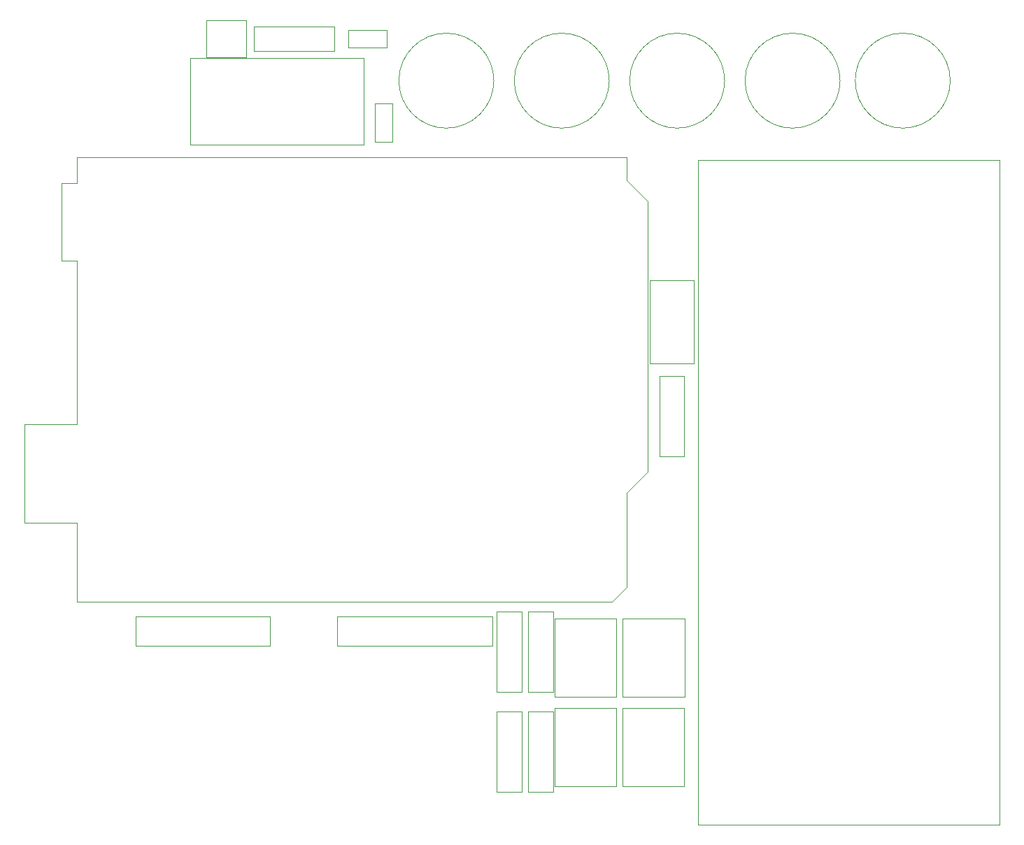
<source format=gbr>
%TF.GenerationSoftware,KiCad,Pcbnew,(5.1.9)-1*%
%TF.CreationDate,2021-06-23T17:41:11-03:00*%
%TF.ProjectId,assert,61737365-7274-42e6-9b69-6361645f7063,rev?*%
%TF.SameCoordinates,Original*%
%TF.FileFunction,Other,User*%
%FSLAX46Y46*%
G04 Gerber Fmt 4.6, Leading zero omitted, Abs format (unit mm)*
G04 Created by KiCad (PCBNEW (5.1.9)-1) date 2021-06-23 17:41:11*
%MOMM*%
%LPD*%
G01*
G04 APERTURE LIST*
%ADD10C,0.050000*%
G04 APERTURE END LIST*
D10*
%TO.C,U2*%
X68727000Y-99020000D02*
X105227000Y-99020000D01*
X105227000Y-99020000D02*
X105227000Y-18520000D01*
X68727000Y-18520000D02*
X105227000Y-18520000D01*
X68727000Y-99020000D02*
X68727000Y-18520000D01*
%TO.C,A1*%
X-6473000Y-18165000D02*
X60067000Y-18165000D01*
X-6473000Y-21335000D02*
X-6473000Y-18165000D01*
X-8383000Y-21335000D02*
X-6473000Y-21335000D01*
X-8383000Y-30735000D02*
X-8383000Y-21335000D01*
X-6473000Y-30735000D02*
X-8383000Y-30735000D01*
X-6473000Y-50545000D02*
X-6473000Y-30735000D01*
X-12823000Y-50545000D02*
X-6473000Y-50545000D01*
X-12823000Y-62485000D02*
X-12823000Y-50545000D01*
X-6473000Y-62485000D02*
X-12823000Y-62485000D01*
X-6473000Y-72005000D02*
X-6473000Y-62485000D01*
X58297000Y-72005000D02*
X-6473000Y-72005000D01*
X60067000Y-70235000D02*
X58297000Y-72005000D01*
X60067000Y-58805000D02*
X60067000Y-70235000D01*
X62607000Y-56265000D02*
X60067000Y-58805000D01*
X62607000Y-23495000D02*
X62607000Y-56265000D01*
X60067000Y-20955000D02*
X62607000Y-23495000D01*
X60067000Y-18165000D02*
X60067000Y-20955000D01*
%TO.C,J5*%
X99222000Y-8890000D02*
G75*
G03*
X99222000Y-8890000I-5750000J0D01*
G01*
%TO.C,J4*%
X85887000Y-8890000D02*
G75*
G03*
X85887000Y-8890000I-5750000J0D01*
G01*
%TO.C,J9*%
X25037000Y-73765000D02*
X43837000Y-73765000D01*
X25037000Y-77315000D02*
X25037000Y-73765000D01*
X43837000Y-77315000D02*
X25037000Y-77315000D01*
X43837000Y-73765000D02*
X43837000Y-77315000D01*
%TO.C,U1*%
X7237000Y-16680000D02*
X28197000Y-16680000D01*
X28197000Y-16680000D02*
X28197000Y-6180000D01*
X28197000Y-6180000D02*
X7237000Y-6180000D01*
X7237000Y-6180000D02*
X7237000Y-16680000D01*
%TO.C,SW4*%
X59782000Y-84860000D02*
X66782000Y-84860000D01*
X67032000Y-85110000D02*
X67032000Y-94110000D01*
X66782000Y-94360000D02*
X59782000Y-94360000D01*
X59532000Y-94110000D02*
X59532000Y-85110000D01*
X67032000Y-94360000D02*
X67032000Y-94110000D01*
X66782000Y-94360000D02*
X67032000Y-94360000D01*
X59532000Y-94360000D02*
X59532000Y-94110000D01*
X59782000Y-94360000D02*
X59532000Y-94360000D01*
X59532000Y-84860000D02*
X59782000Y-84860000D01*
X59532000Y-85110000D02*
X59532000Y-84860000D01*
X67032000Y-84860000D02*
X66782000Y-84860000D01*
X67032000Y-85110000D02*
X67032000Y-84860000D01*
%TO.C,SW3*%
X51582000Y-84860000D02*
X58582000Y-84860000D01*
X58832000Y-85110000D02*
X58832000Y-94110000D01*
X58582000Y-94360000D02*
X51582000Y-94360000D01*
X51332000Y-94110000D02*
X51332000Y-85110000D01*
X58832000Y-94360000D02*
X58832000Y-94110000D01*
X58582000Y-94360000D02*
X58832000Y-94360000D01*
X51332000Y-94360000D02*
X51332000Y-94110000D01*
X51582000Y-94360000D02*
X51332000Y-94360000D01*
X51332000Y-84860000D02*
X51582000Y-84860000D01*
X51332000Y-85110000D02*
X51332000Y-84860000D01*
X58832000Y-84860000D02*
X58582000Y-84860000D01*
X58832000Y-85110000D02*
X58832000Y-84860000D01*
%TO.C,SW2*%
X51582000Y-74065000D02*
X58582000Y-74065000D01*
X58832000Y-74315000D02*
X58832000Y-83315000D01*
X58582000Y-83565000D02*
X51582000Y-83565000D01*
X51332000Y-83315000D02*
X51332000Y-74315000D01*
X58832000Y-83565000D02*
X58832000Y-83315000D01*
X58582000Y-83565000D02*
X58832000Y-83565000D01*
X51332000Y-83565000D02*
X51332000Y-83315000D01*
X51582000Y-83565000D02*
X51332000Y-83565000D01*
X51332000Y-74065000D02*
X51582000Y-74065000D01*
X51332000Y-74315000D02*
X51332000Y-74065000D01*
X58832000Y-74065000D02*
X58582000Y-74065000D01*
X58832000Y-74315000D02*
X58832000Y-74065000D01*
%TO.C,SW1*%
X66837000Y-83565000D02*
X59837000Y-83565000D01*
X59587000Y-83315000D02*
X59587000Y-74315000D01*
X59837000Y-74065000D02*
X66837000Y-74065000D01*
X67087000Y-74315000D02*
X67087000Y-83315000D01*
X59587000Y-74065000D02*
X59587000Y-74315000D01*
X59837000Y-74065000D02*
X59587000Y-74065000D01*
X67087000Y-74065000D02*
X67087000Y-74315000D01*
X66837000Y-74065000D02*
X67087000Y-74065000D01*
X67087000Y-83565000D02*
X66837000Y-83565000D01*
X67087000Y-83315000D02*
X67087000Y-83565000D01*
X59587000Y-83565000D02*
X59837000Y-83565000D01*
X59587000Y-83315000D02*
X59587000Y-83565000D01*
%TO.C,RV1*%
X68202000Y-33080000D02*
X62862000Y-33080000D01*
X68202000Y-43120000D02*
X68202000Y-33080000D01*
X62862000Y-43120000D02*
X68202000Y-43120000D01*
X62862000Y-33080000D02*
X62862000Y-43120000D01*
%TO.C,R6*%
X67032000Y-54390000D02*
X67032000Y-44670000D01*
X64032000Y-54390000D02*
X67032000Y-54390000D01*
X64032000Y-44670000D02*
X64032000Y-54390000D01*
X67032000Y-44670000D02*
X64032000Y-44670000D01*
%TO.C,R5*%
X47347000Y-95030000D02*
X47347000Y-85310000D01*
X44347000Y-95030000D02*
X47347000Y-95030000D01*
X44347000Y-85310000D02*
X44347000Y-95030000D01*
X47347000Y-85310000D02*
X44347000Y-85310000D01*
%TO.C,R4*%
X44347000Y-73245000D02*
X44347000Y-82965000D01*
X47347000Y-73245000D02*
X44347000Y-73245000D01*
X47347000Y-82965000D02*
X47347000Y-73245000D01*
X44347000Y-82965000D02*
X47347000Y-82965000D01*
%TO.C,R3*%
X48157000Y-85310000D02*
X48157000Y-95030000D01*
X51157000Y-85310000D02*
X48157000Y-85310000D01*
X51157000Y-95030000D02*
X51157000Y-85310000D01*
X48157000Y-95030000D02*
X51157000Y-95030000D01*
%TO.C,R2*%
X48157000Y-73245000D02*
X48157000Y-82965000D01*
X51157000Y-73245000D02*
X48157000Y-73245000D01*
X51157000Y-82965000D02*
X51157000Y-73245000D01*
X48157000Y-82965000D02*
X51157000Y-82965000D01*
%TO.C,R1*%
X14952000Y-5310000D02*
X24672000Y-5310000D01*
X14952000Y-2310000D02*
X14952000Y-5310000D01*
X24672000Y-2310000D02*
X14952000Y-2310000D01*
X24672000Y-5310000D02*
X24672000Y-2310000D01*
%TO.C,J8*%
X663000Y-73765000D02*
X16913000Y-73765000D01*
X663000Y-77315000D02*
X663000Y-73765000D01*
X16913000Y-77315000D02*
X663000Y-77315000D01*
X16913000Y-73765000D02*
X16913000Y-77315000D01*
%TO.C,J3*%
X71917000Y-8890000D02*
G75*
G03*
X71917000Y-8890000I-5750000J0D01*
G01*
%TO.C,J2*%
X57947000Y-8890000D02*
G75*
G03*
X57947000Y-8890000I-5750000J0D01*
G01*
%TO.C,J1*%
X43977000Y-8890000D02*
G75*
G03*
X43977000Y-8890000I-5750000J0D01*
G01*
%TO.C,D1*%
X13987000Y-1560000D02*
X9137000Y-1560000D01*
X13987000Y-6060000D02*
X13987000Y-1560000D01*
X9137000Y-6060000D02*
X13987000Y-6060000D01*
X9137000Y-1560000D02*
X9137000Y-6060000D01*
%TO.C,C2*%
X30982000Y-2760000D02*
X26382000Y-2760000D01*
X30982000Y-4860000D02*
X30982000Y-2760000D01*
X26382000Y-4860000D02*
X30982000Y-4860000D01*
X26382000Y-2760000D02*
X26382000Y-4860000D01*
%TO.C,C1*%
X29557000Y-11690000D02*
X29557000Y-16290000D01*
X31657000Y-11690000D02*
X29557000Y-11690000D01*
X31657000Y-16290000D02*
X31657000Y-11690000D01*
X29557000Y-16290000D02*
X31657000Y-16290000D01*
%TD*%
M02*

</source>
